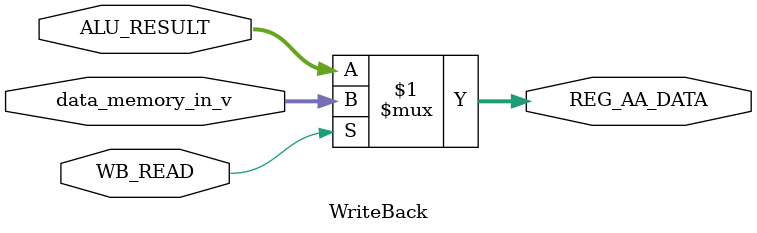
<source format=v>
module WriteBack
(
	input [31:0] data_memory_in_v, //Data memory value
	input [31:0] ALU_RESULT,       // EXE value
  input WB_READ,                 //Determines whether to send data from memory or ALU back to register
	output [31:0] REG_AA_DATA      //Holds data that will be sent to the writeback register in the register bank
);

assign REG_AA_DATA = (WB_READ) ? data_memory_in_v : ALU_RESULT; //If high then send data from memory to register else send data from ALU to register
endmodule
</source>
